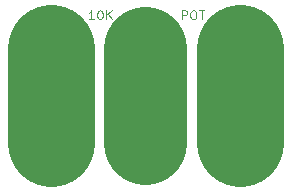
<source format=gto>
%TF.GenerationSoftware,KiCad,Pcbnew,4.0.5-e0-6337~49~ubuntu16.04.1*%
%TF.CreationDate,2017-01-19T00:26:37-08:00*%
%TF.ProjectId,2x3-Potentiometer-P160K-TH,3278332D506F74656E74696F6D657465,1.0*%
%TF.FileFunction,Legend,Top*%
%FSLAX46Y46*%
G04 Gerber Fmt 4.6, Leading zero omitted, Abs format (unit mm)*
G04 Created by KiCad (PCBNEW 4.0.5-e0-6337~49~ubuntu16.04.1) date Thu Jan 19 00:26:37 2017*
%MOMM*%
%LPD*%
G01*
G04 APERTURE LIST*
%ADD10C,0.350000*%
%ADD11C,7.400000*%
%ADD12C,7.000000*%
%ADD13C,0.120000*%
G04 APERTURE END LIST*
D10*
D11*
X142935960Y-94682040D02*
X142935960Y-102682040D01*
D12*
X134935960Y-94682040D02*
X134935960Y-102682040D01*
D11*
X126935960Y-94682040D02*
X126935960Y-102682040D01*
D13*
X130609817Y-92226754D02*
X130174389Y-92226754D01*
X130392103Y-92226754D02*
X130392103Y-91464754D01*
X130319532Y-91573611D01*
X130246960Y-91646183D01*
X130174389Y-91682469D01*
X131081531Y-91464754D02*
X131154103Y-91464754D01*
X131226674Y-91501040D01*
X131262960Y-91537326D01*
X131299246Y-91609897D01*
X131335531Y-91755040D01*
X131335531Y-91936469D01*
X131299246Y-92081611D01*
X131262960Y-92154183D01*
X131226674Y-92190469D01*
X131154103Y-92226754D01*
X131081531Y-92226754D01*
X131008960Y-92190469D01*
X130972674Y-92154183D01*
X130936389Y-92081611D01*
X130900103Y-91936469D01*
X130900103Y-91755040D01*
X130936389Y-91609897D01*
X130972674Y-91537326D01*
X131008960Y-91501040D01*
X131081531Y-91464754D01*
X131662103Y-92226754D02*
X131662103Y-91464754D01*
X132097531Y-92226754D02*
X131770960Y-91791326D01*
X132097531Y-91464754D02*
X131662103Y-91900183D01*
X138046961Y-92226754D02*
X138046961Y-91464754D01*
X138337246Y-91464754D01*
X138409818Y-91501040D01*
X138446103Y-91537326D01*
X138482389Y-91609897D01*
X138482389Y-91718754D01*
X138446103Y-91791326D01*
X138409818Y-91827611D01*
X138337246Y-91863897D01*
X138046961Y-91863897D01*
X138954103Y-91464754D02*
X139099246Y-91464754D01*
X139171818Y-91501040D01*
X139244389Y-91573611D01*
X139280675Y-91718754D01*
X139280675Y-91972754D01*
X139244389Y-92117897D01*
X139171818Y-92190469D01*
X139099246Y-92226754D01*
X138954103Y-92226754D01*
X138881532Y-92190469D01*
X138808961Y-92117897D01*
X138772675Y-91972754D01*
X138772675Y-91718754D01*
X138808961Y-91573611D01*
X138881532Y-91501040D01*
X138954103Y-91464754D01*
X139498389Y-91464754D02*
X139933818Y-91464754D01*
X139716104Y-92226754D02*
X139716104Y-91464754D01*
M02*

</source>
